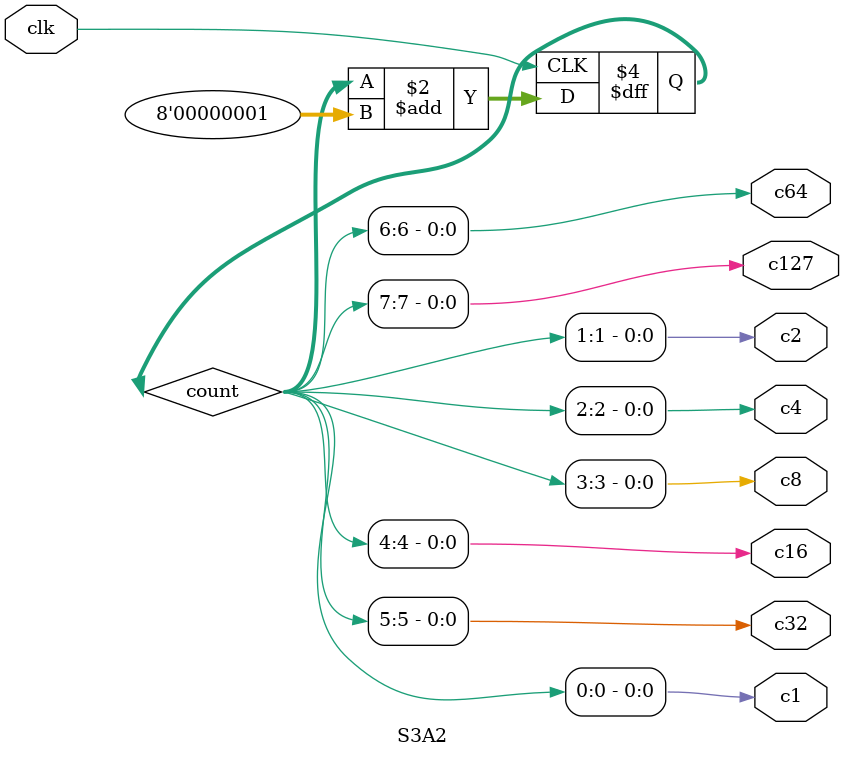
<source format=v>

module S3A2 (clk, c127, c64, c32, c16, c8, c4, c2, c1);
input clk;
output c127, c64, c32, c16, c8, c4, c2, c1;
reg [7:0] count;
initial begin
count = 0;
end
always @(posedge clk) begin
count = count + 8'b00000001;
end
assign c127 = count[7];
assign c64 = count[6];
assign c32 = count[5];
assign c16 = count[4];
assign c8 = count[3];
assign c4 = count[2];
assign c2 = count[1];
assign c1 = count[0];
endmodule 
</source>
